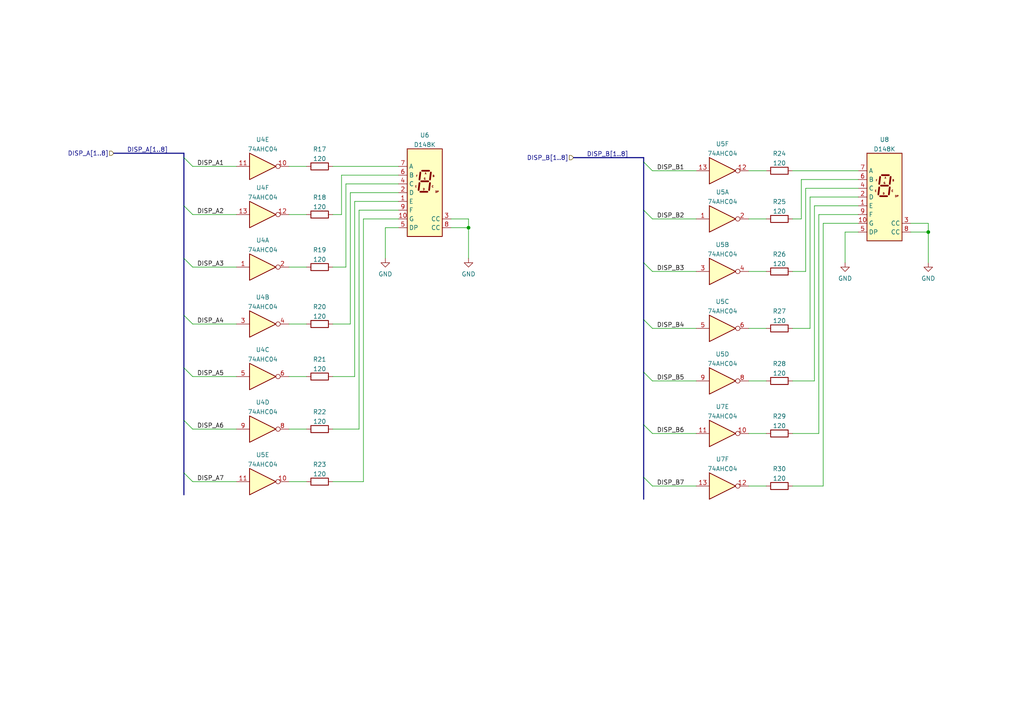
<source format=kicad_sch>
(kicad_sch (version 20211123) (generator eeschema)
  (paper "A4")
  (lib_symbols
    (symbol "74xx:74AHC04"
      (property "Reference" "U" (at 0 1.27 0))
      (property "Value" "74AHC04" (at 0 -1.27 0))
      (symbol "74AHC04_1_0"
        (polyline (pts (xy -3.81 3.81) (xy -3.81 -3.81) (xy 3.81 0) (xy -3.81 3.81)) (stroke (width 0.254)) (fill (type background)))
        (pin input line (at -7.62 0 0) (length 3.81) (name "~") (number "1"))
        (pin output inverted (at 7.62 0 180) (length 3.81) (name "~") (number "2"))
      )
      (symbol "74AHC04_2_0"
        (polyline (pts (xy -3.81 3.81) (xy -3.81 -3.81) (xy 3.81 0) (xy -3.81 3.81)) (stroke (width 0.254)) (fill (type background)))
        (pin input line (at -7.62 0 0) (length 3.81) (name "~") (number "3"))
        (pin output inverted (at 7.62 0 180) (length 3.81) (name "~") (number "4"))
      )
      (symbol "74AHC04_3_0"
        (polyline (pts (xy -3.81 3.81) (xy -3.81 -3.81) (xy 3.81 0) (xy -3.81 3.81)) (stroke (width 0.254)) (fill (type background)))
        (pin input line (at -7.62 0 0) (length 3.81) (name "~") (number "5"))
        (pin output inverted (at 7.62 0 180) (length 3.81) (name "~") (number "6"))
      )
      (symbol "74AHC04_4_0"
        (polyline (pts (xy -3.81 3.81) (xy -3.81 -3.81) (xy 3.81 0) (xy -3.81 3.81)) (stroke (width 0.254)) (fill (type background)))
        (pin output inverted (at 7.62 0 180) (length 3.81) (name "~") (number "8"))
        (pin input line (at -7.62 0 0) (length 3.81) (name "~") (number "9"))
      )
      (symbol "74AHC04_5_0"
        (polyline (pts (xy -3.81 3.81) (xy -3.81 -3.81) (xy 3.81 0) (xy -3.81 3.81)) (stroke (width 0.254)) (fill (type background)))
        (pin output inverted (at 7.62 0 180) (length 3.81) (name "~") (number "10"))
        (pin input line (at -7.62 0 0) (length 3.81) (name "~") (number "11"))
      )
      (symbol "74AHC04_6_0"
        (polyline (pts (xy -3.81 3.81) (xy -3.81 -3.81) (xy 3.81 0) (xy -3.81 3.81)) (stroke (width 0.254)) (fill (type background)))
        (pin output inverted (at 7.62 0 180) (length 3.81) (name "~") (number "12"))
        (pin input line (at -7.62 0 0) (length 3.81) (name "~") (number "13"))
      )
      (symbol "74AHC04_7_0"
        (pin power_in line (at 0 12.7 270) (length 5.08) (name "VCC") (number "14"))
        (pin power_in line (at 0 -12.7 90) (length 5.08) (name "GND") (number "7"))
      )
      (symbol "74AHC04_7_1"
        (rectangle (start -5.08 7.62) (end 5.08 -7.62) (stroke (width 0.254)) (fill (type background)))
      )
    )
    (symbol "Device:R" (pin_numbers hide) (pin_names (offset 0))
      (property "Reference" "R" (at 2.032 0 90))
      (property "Value" "R" (at 0 0 90))
      (symbol "R_0_1"
        (rectangle (start -1.016 -2.54) (end 1.016 2.54) (stroke (width 0.254)))
      )
      (symbol "R_1_1"
        (pin passive line (at 0 3.81 270) (length 1.27) (name "~") (number "1"))
        (pin passive line (at 0 -3.81 90) (length 1.27) (name "~") (number "2"))
      )
    )
    (symbol "Display_Character:D148K"
      (property "Reference" "U" (at -2.54 13.97 0))
      (property "Value" "D148K" (at 1.27 13.97 0))
      (symbol "D148K_0_0"
        (text "A" (at 0.254 5.588 0) (effects (font (size 0.508 0.508))))
        (text "B" (at 2.54 4.826 0) (effects (font (size 0.508 0.508))))
        (text "C" (at 2.286 1.778 0) (effects (font (size 0.508 0.508))))
        (text "D" (at -0.254 1.016 0) (effects (font (size 0.508 0.508))))
        (text "DP" (at 3.556 0.254 0) (effects (font (size 0.508 0.508))))
        (text "E" (at -2.54 1.778 0) (effects (font (size 0.508 0.508))))
        (text "F" (at -2.286 4.826 0) (effects (font (size 0.508 0.508))))
        (text "G" (at 0 4.064 0) (effects (font (size 0.508 0.508))))
      )
      (symbol "D148K_0_1"
        (rectangle (start -5.08 12.7) (end 5.08 -12.7) (stroke (width 0.254)) (fill (type background)))
        (polyline (pts (xy -1.524 2.794) (xy -1.778 0.762)) (stroke (width 0.508)))
        (polyline (pts (xy -1.27 0.254) (xy 0.762 0.254)) (stroke (width 0.508)))
        (polyline (pts (xy -1.27 5.842) (xy -1.524 3.81)) (stroke (width 0.508)))
        (polyline (pts (xy -1.016 3.302) (xy 1.016 3.302)) (stroke (width 0.508)))
        (polyline (pts (xy -0.762 6.35) (xy 1.27 6.35)) (stroke (width 0.508)))
        (polyline (pts (xy 1.524 2.794) (xy 1.27 0.762)) (stroke (width 0.508)))
        (polyline (pts (xy 1.778 5.842) (xy 1.524 3.81)) (stroke (width 0.508)))
        (polyline (pts (xy 2.54 0.254) (xy 2.54 0.254)) (stroke (width 0.508)))
      )
      (symbol "D148K_1_1"
        (pin input line (at -7.62 -2.54 0) (length 2.54) (name "E") (number "1"))
        (pin input line (at -7.62 -7.62 0) (length 2.54) (name "G") (number "10"))
        (pin input line (at -7.62 0 0) (length 2.54) (name "D") (number "2"))
        (pin input line (at 7.62 -7.62 180) (length 2.54) (name "CC") (number "3"))
        (pin input line (at -7.62 2.54 0) (length 2.54) (name "C") (number "4"))
        (pin input line (at -7.62 -10.16 0) (length 2.54) (name "DP") (number "5"))
        (pin input line (at -7.62 5.08 0) (length 2.54) (name "B") (number "6"))
        (pin input line (at -7.62 7.62 0) (length 2.54) (name "A") (number "7"))
        (pin input line (at 7.62 -10.16 180) (length 2.54) (name "CC") (number "8"))
        (pin input line (at -7.62 -5.08 0) (length 2.54) (name "F") (number "9"))
      )
    )
    (symbol "power:GND" (power) (pin_names (offset 0))
      (property "Value" "GND" (at 0 -3.81 0))
      (symbol "GND_0_1"
        (polyline (pts (xy 0 0) (xy 0 -1.27) (xy 1.27 -1.27) (xy 0 -2.54) (xy -1.27 -1.27) (xy 0 -1.27)))
      )
      (symbol "GND_1_1"
        (pin power_in line (at 0 0 270) (length 0) hide (name "GND") (number "1"))
      )
    )
  )
  (junction (at 135.89 66.04))
  (junction (at 269.24 67.31))
  (bus_entry (at 53.34 59.69) (size 2.54 2.54))
  (bus_entry (at 186.69 138.43) (size 2.54 2.54))
  (bus_entry (at 53.34 91.44) (size 2.54 2.54))
  (bus_entry (at 186.69 60.96) (size 2.54 2.54))
  (bus_entry (at 186.69 107.95) (size 2.54 2.54))
  (bus_entry (at 186.69 92.71) (size 2.54 2.54))
  (bus_entry (at 53.34 137.16) (size 2.54 2.54))
  (bus_entry (at 53.34 45.72) (size 2.54 2.54))
  (bus_entry (at 186.69 46.99) (size 2.54 2.54))
  (bus_entry (at 53.34 106.68) (size 2.54 2.54))
  (bus_entry (at 186.69 123.19) (size 2.54 2.54))
  (bus_entry (at 53.34 121.92) (size 2.54 2.54))
  (bus_entry (at 53.34 74.93) (size 2.54 2.54))
  (bus_entry (at 186.69 76.2) (size 2.54 2.54))
  (wire (pts (xy 55.88 124.46) (xy 68.58 124.46)))
  (wire (pts (xy 269.24 67.31) (xy 269.24 76.2)))
  (wire (pts (xy 115.57 60.96) (xy 104.14 60.96)))
  (bus (pts (xy 53.34 74.93) (xy 53.34 91.44)))
  (wire (pts (xy 55.88 93.98) (xy 68.58 93.98)))
  (wire (pts (xy 217.17 78.74) (xy 222.25 78.74)))
  (wire (pts (xy 115.57 53.34) (xy 100.33 53.34)))
  (wire (pts (xy 111.76 66.04) (xy 111.76 74.93)))
  (wire (pts (xy 269.24 64.77) (xy 269.24 67.31)))
  (bus (pts (xy 53.34 121.92) (xy 53.34 137.16)))
  (wire (pts (xy 217.17 49.53) (xy 222.25 49.53)))
  (wire (pts (xy 83.82 77.47) (xy 88.9 77.47)))
  (wire (pts (xy 189.23 125.73) (xy 201.93 125.73)))
  (wire (pts (xy 236.22 59.69) (xy 236.22 110.49)))
  (wire (pts (xy 189.23 78.74) (xy 201.93 78.74)))
  (wire (pts (xy 101.6 55.88) (xy 101.6 93.98)))
  (wire (pts (xy 83.82 124.46) (xy 88.9 124.46)))
  (wire (pts (xy 105.41 139.7) (xy 96.52 139.7)))
  (wire (pts (xy 130.81 63.5) (xy 135.89 63.5)))
  (wire (pts (xy 115.57 66.04) (xy 111.76 66.04)))
  (bus (pts (xy 53.34 59.69) (xy 53.34 74.93)))
  (wire (pts (xy 115.57 63.5) (xy 105.41 63.5)))
  (wire (pts (xy 100.33 53.34) (xy 100.33 77.47)))
  (wire (pts (xy 236.22 110.49) (xy 229.87 110.49)))
  (wire (pts (xy 217.17 140.97) (xy 222.25 140.97)))
  (wire (pts (xy 135.89 63.5) (xy 135.89 66.04)))
  (wire (pts (xy 234.95 57.15) (xy 234.95 95.25)))
  (wire (pts (xy 104.14 60.96) (xy 104.14 124.46)))
  (wire (pts (xy 99.06 62.23) (xy 96.52 62.23)))
  (wire (pts (xy 102.87 109.22) (xy 96.52 109.22)))
  (wire (pts (xy 229.87 49.53) (xy 248.92 49.53)))
  (wire (pts (xy 217.17 95.25) (xy 222.25 95.25)))
  (wire (pts (xy 234.95 95.25) (xy 229.87 95.25)))
  (wire (pts (xy 248.92 54.61) (xy 233.68 54.61)))
  (wire (pts (xy 83.82 48.26) (xy 88.9 48.26)))
  (wire (pts (xy 189.23 63.5) (xy 201.93 63.5)))
  (wire (pts (xy 264.16 67.31) (xy 269.24 67.31)))
  (bus (pts (xy 33.02 44.45) (xy 53.34 44.45)))
  (bus (pts (xy 186.69 45.72) (xy 186.69 46.99)))
  (wire (pts (xy 232.41 63.5) (xy 229.87 63.5)))
  (wire (pts (xy 248.92 59.69) (xy 236.22 59.69)))
  (bus (pts (xy 186.69 76.2) (xy 186.69 92.71)))
  (wire (pts (xy 115.57 55.88) (xy 101.6 55.88)))
  (wire (pts (xy 217.17 110.49) (xy 222.25 110.49)))
  (wire (pts (xy 238.76 140.97) (xy 229.87 140.97)))
  (bus (pts (xy 186.69 92.71) (xy 186.69 107.95)))
  (wire (pts (xy 248.92 52.07) (xy 232.41 52.07)))
  (wire (pts (xy 189.23 95.25) (xy 201.93 95.25)))
  (wire (pts (xy 83.82 139.7) (xy 88.9 139.7)))
  (wire (pts (xy 233.68 78.74) (xy 229.87 78.74)))
  (wire (pts (xy 102.87 58.42) (xy 102.87 109.22)))
  (wire (pts (xy 248.92 57.15) (xy 234.95 57.15)))
  (wire (pts (xy 248.92 67.31) (xy 245.11 67.31)))
  (wire (pts (xy 55.88 48.26) (xy 68.58 48.26)))
  (bus (pts (xy 186.69 138.43) (xy 186.69 144.78)))
  (wire (pts (xy 217.17 63.5) (xy 222.25 63.5)))
  (wire (pts (xy 100.33 77.47) (xy 96.52 77.47)))
  (bus (pts (xy 186.69 107.95) (xy 186.69 123.19)))
  (wire (pts (xy 245.11 67.31) (xy 245.11 76.2)))
  (wire (pts (xy 101.6 93.98) (xy 96.52 93.98)))
  (wire (pts (xy 189.23 49.53) (xy 201.93 49.53)))
  (wire (pts (xy 83.82 93.98) (xy 88.9 93.98)))
  (bus (pts (xy 186.69 60.96) (xy 186.69 76.2)))
  (wire (pts (xy 130.81 66.04) (xy 135.89 66.04)))
  (wire (pts (xy 104.14 124.46) (xy 96.52 124.46)))
  (bus (pts (xy 53.34 91.44) (xy 53.34 106.68)))
  (bus (pts (xy 53.34 44.45) (xy 53.34 45.72)))
  (wire (pts (xy 237.49 62.23) (xy 237.49 125.73)))
  (wire (pts (xy 264.16 64.77) (xy 269.24 64.77)))
  (wire (pts (xy 55.88 109.22) (xy 68.58 109.22)))
  (wire (pts (xy 217.17 125.73) (xy 222.25 125.73)))
  (wire (pts (xy 115.57 50.8) (xy 99.06 50.8)))
  (bus (pts (xy 186.69 46.99) (xy 186.69 60.96)))
  (wire (pts (xy 248.92 62.23) (xy 237.49 62.23)))
  (wire (pts (xy 233.68 54.61) (xy 233.68 78.74)))
  (wire (pts (xy 83.82 62.23) (xy 88.9 62.23)))
  (wire (pts (xy 135.89 66.04) (xy 135.89 74.93)))
  (wire (pts (xy 83.82 109.22) (xy 88.9 109.22)))
  (wire (pts (xy 248.92 64.77) (xy 238.76 64.77)))
  (wire (pts (xy 105.41 63.5) (xy 105.41 139.7)))
  (wire (pts (xy 189.23 110.49) (xy 201.93 110.49)))
  (wire (pts (xy 189.23 140.97) (xy 201.93 140.97)))
  (bus (pts (xy 53.34 106.68) (xy 53.34 121.92)))
  (wire (pts (xy 96.52 48.26) (xy 115.57 48.26)))
  (bus (pts (xy 186.69 123.19) (xy 186.69 138.43)))
  (wire (pts (xy 232.41 52.07) (xy 232.41 63.5)))
  (wire (pts (xy 55.88 139.7) (xy 68.58 139.7)))
  (wire (pts (xy 115.57 58.42) (xy 102.87 58.42)))
  (bus (pts (xy 53.34 137.16) (xy 53.34 143.51)))
  (wire (pts (xy 55.88 62.23) (xy 68.58 62.23)))
  (wire (pts (xy 238.76 64.77) (xy 238.76 140.97)))
  (wire (pts (xy 99.06 50.8) (xy 99.06 62.23)))
  (wire (pts (xy 55.88 77.47) (xy 68.58 77.47)))
  (bus (pts (xy 166.37 45.72) (xy 186.69 45.72)))
  (wire (pts (xy 237.49 125.73) (xy 229.87 125.73)))
  (bus (pts (xy 53.34 45.72) (xy 53.34 59.69)))
  (label "DISP_A2" (at 57.15 62.23 0))
  (label "DISP_A3" (at 57.15 77.47 0))
  (label "DISP_B5" (at 190.5 110.49 0))
  (label "DISP_B1" (at 190.5 49.53 0))
  (label "DISP_B6" (at 190.5 125.73 0))
  (label "DISP_A6" (at 57.15 124.46 0))
  (label "DISP_A5" (at 57.15 109.22 0))
  (label "DISP_A7" (at 57.15 139.7 0))
  (label "DISP_B[1..8]" (at 170.18 45.72 0))
  (label "DISP_B4" (at 190.5 95.25 0))
  (label "DISP_B3" (at 190.5 78.74 0))
  (label "DISP_B7" (at 190.5 140.97 0))
  (label "DISP_A1" (at 57.15 48.26 0))
  (label "DISP_B2" (at 190.5 63.5 0))
  (label "DISP_A[1..8]" (at 36.83 44.45 0))
  (label "DISP_A4" (at 57.15 93.98 0))
  (hierarchical_label "DISP_A[1..8]" (shape input) (at 33.02 44.45 180))
  (hierarchical_label "DISP_B[1..8]" (shape input) (at 166.37 45.72 180))
  (symbol (lib_id "Display_Character:D148K") (at 123.19 55.88 0) (unit 1)
    (property "Reference" "U6" (at 123.19 39.2135 0))
    (property "Value" "D148K" (at 123.19 41.9886 0))
    (property "Footprint" "Display_7Segment:D1X8K" (effects hide))
    (property "Datasheet" "https://ia800903.us.archive.org/24/items/CTKD1x8K/Cromatek%20D168K.pdf" (effects hide))
  )
  (symbol (lib_id "power:GND") (at 111.76 74.93 0) (unit 1)
    (property "Reference" "#PWR01" (effects hide))
    (property "Value" "GND" (at 111.76 79.4925 0))
  )
  (symbol (lib_id "Device:R") (at 226.06 95.25 90) (unit 1)
    (property "Reference" "R27" (at 226.06 90.2675 90))
    (property "Value" "120" (at 226.06 93.0426 90))
    (property "Footprint" "Resistor_THT:R_Axial_DIN0207_L6.3mm_D2.5mm_P7.62mm_Horizontal" (effects hide))
  )
  (symbol (lib_id "Device:R") (at 226.06 140.97 90) (unit 1)
    (property "Reference" "R30" (at 226.06 135.9875 90))
    (property "Value" "120" (at 226.06 138.7626 90))
    (property "Footprint" "Resistor_THT:R_Axial_DIN0207_L6.3mm_D2.5mm_P7.62mm_Horizontal" (effects hide))
  )
  (symbol (lib_id "74xx:74AHC04") (at 76.2 124.46 0) (unit 4)
    (property "Reference" "U4" (at 76.2 116.6835 0))
    (property "Value" "74AHC04" (at 76.2 119.4586 0))
    (property "Footprint" "Package_DIP:DIP-14_W7.62mm" (effects hide))
    (property "Datasheet" "https://assets.nexperia.com/documents/data-sheet/74AHC_AHCT04.pdf" (effects hide))
  )
  (symbol (lib_id "Device:R") (at 226.06 125.73 90) (unit 1)
    (property "Reference" "R29" (at 226.06 120.7475 90))
    (property "Value" "120" (at 226.06 123.5226 90))
    (property "Footprint" "Resistor_THT:R_Axial_DIN0207_L6.3mm_D2.5mm_P7.62mm_Horizontal" (effects hide))
  )
  (symbol (lib_id "power:GND") (at 245.11 76.2 0) (unit 1)
    (property "Reference" "#PWR06" (effects hide))
    (property "Value" "GND" (at 245.11 80.7625 0))
  )
  (symbol (lib_id "Device:R") (at 226.06 63.5 90) (unit 1)
    (property "Reference" "R25" (at 226.06 58.5175 90))
    (property "Value" "120" (at 226.06 61.2926 90))
    (property "Footprint" "Resistor_THT:R_Axial_DIN0207_L6.3mm_D2.5mm_P7.62mm_Horizontal" (effects hide))
  )
  (symbol (lib_id "Device:R") (at 226.06 110.49 90) (unit 1)
    (property "Reference" "R28" (at 226.06 105.5075 90))
    (property "Value" "120" (at 226.06 108.2826 90))
    (property "Footprint" "Resistor_THT:R_Axial_DIN0207_L6.3mm_D2.5mm_P7.62mm_Horizontal" (effects hide))
  )
  (symbol (lib_id "Device:R") (at 92.71 124.46 90) (unit 1)
    (property "Reference" "R22" (at 92.71 119.4775 90))
    (property "Value" "120" (at 92.71 122.2526 90))
    (property "Footprint" "Resistor_THT:R_Axial_DIN0207_L6.3mm_D2.5mm_P7.62mm_Horizontal" (effects hide))
  )
  (symbol (lib_id "74xx:74AHC04") (at 209.55 95.25 0) (unit 3)
    (property "Reference" "U5" (at 209.55 87.4735 0))
    (property "Value" "74AHC04" (at 209.55 90.2486 0))
    (property "Footprint" "Package_DIP:DIP-14_W7.62mm" (effects hide))
    (property "Datasheet" "https://assets.nexperia.com/documents/data-sheet/74AHC_AHCT04.pdf" (effects hide))
  )
  (symbol (lib_id "74xx:74AHC04") (at 76.2 109.22 0) (unit 3)
    (property "Reference" "U4" (at 76.2 101.4435 0))
    (property "Value" "74AHC04" (at 76.2 104.2186 0))
    (property "Footprint" "Package_DIP:DIP-14_W7.62mm" (effects hide))
    (property "Datasheet" "https://assets.nexperia.com/documents/data-sheet/74AHC_AHCT04.pdf" (effects hide))
  )
  (symbol (lib_id "Device:R") (at 92.71 139.7 90) (unit 1)
    (property "Reference" "R23" (at 92.71 134.7175 90))
    (property "Value" "120" (at 92.71 137.4926 90))
    (property "Footprint" "Resistor_THT:R_Axial_DIN0207_L6.3mm_D2.5mm_P7.62mm_Horizontal" (effects hide))
  )
  (symbol (lib_id "74xx:74AHC04") (at 209.55 110.49 0) (unit 4)
    (property "Reference" "U5" (at 209.55 102.7135 0))
    (property "Value" "74AHC04" (at 209.55 105.4886 0))
    (property "Footprint" "Package_DIP:DIP-14_W7.62mm" (effects hide))
    (property "Datasheet" "https://assets.nexperia.com/documents/data-sheet/74AHC_AHCT04.pdf" (effects hide))
  )
  (symbol (lib_id "74xx:74AHC04") (at 76.2 93.98 0) (unit 2)
    (property "Reference" "U4" (at 76.2 86.2035 0))
    (property "Value" "74AHC04" (at 76.2 88.9786 0))
    (property "Footprint" "Package_DIP:DIP-14_W7.62mm" (effects hide))
    (property "Datasheet" "https://assets.nexperia.com/documents/data-sheet/74AHC_AHCT04.pdf" (effects hide))
  )
  (symbol (lib_id "74xx:74AHC04") (at 76.2 48.26 0) (unit 5)
    (property "Reference" "U4" (at 76.2 40.4835 0))
    (property "Value" "74AHC04" (at 76.2 43.2586 0))
    (property "Footprint" "Package_DIP:DIP-14_W7.62mm" (effects hide))
    (property "Datasheet" "https://assets.nexperia.com/documents/data-sheet/74AHC_AHCT04.pdf" (effects hide))
  )
  (symbol (lib_id "power:GND") (at 135.89 74.93 0) (unit 1)
    (property "Reference" "#PWR02" (effects hide))
    (property "Value" "GND" (at 135.89 79.4925 0))
  )
  (symbol (lib_id "Device:R") (at 92.71 62.23 90) (unit 1)
    (property "Reference" "R18" (at 92.71 57.2475 90))
    (property "Value" "120" (at 92.71 60.0226 90))
    (property "Footprint" "Resistor_THT:R_Axial_DIN0207_L6.3mm_D2.5mm_P7.62mm_Horizontal" (effects hide))
  )
  (symbol (lib_id "74xx:74AHC04") (at 76.2 139.7 0) (unit 5)
    (property "Reference" "U5" (at 76.2 131.9235 0))
    (property "Value" "74AHC04" (at 76.2 134.6986 0))
    (property "Footprint" "Package_DIP:DIP-14_W7.62mm" (effects hide))
    (property "Datasheet" "https://assets.nexperia.com/documents/data-sheet/74AHC_AHCT04.pdf" (effects hide))
  )
  (symbol (lib_id "Device:R") (at 226.06 78.74 90) (unit 1)
    (property "Reference" "R26" (at 226.06 73.7575 90))
    (property "Value" "120" (at 226.06 76.5326 90))
    (property "Footprint" "Resistor_THT:R_Axial_DIN0207_L6.3mm_D2.5mm_P7.62mm_Horizontal" (effects hide))
  )
  (symbol (lib_id "74xx:74AHC04") (at 209.55 78.74 0) (unit 2)
    (property "Reference" "U5" (at 209.55 70.9635 0))
    (property "Value" "74AHC04" (at 209.55 73.7386 0))
    (property "Footprint" "Package_DIP:DIP-14_W7.62mm" (effects hide))
    (property "Datasheet" "https://assets.nexperia.com/documents/data-sheet/74AHC_AHCT04.pdf" (effects hide))
  )
  (symbol (lib_id "74xx:74AHC04") (at 76.2 77.47 0) (unit 1)
    (property "Reference" "U4" (at 76.2 69.6935 0))
    (property "Value" "74AHC04" (at 76.2 72.4686 0))
    (property "Footprint" "Package_DIP:DIP-14_W7.62mm" (effects hide))
    (property "Datasheet" "https://assets.nexperia.com/documents/data-sheet/74AHC_AHCT04.pdf" (effects hide))
  )
  (symbol (lib_id "Device:R") (at 92.71 77.47 90) (unit 1)
    (property "Reference" "R19" (at 92.71 72.4875 90))
    (property "Value" "120" (at 92.71 75.2626 90))
    (property "Footprint" "Resistor_THT:R_Axial_DIN0207_L6.3mm_D2.5mm_P7.62mm_Horizontal" (effects hide))
  )
  (symbol (lib_id "Device:R") (at 226.06 49.53 90) (unit 1)
    (property "Reference" "R24" (at 226.06 44.5475 90))
    (property "Value" "120" (at 226.06 47.3226 90))
    (property "Footprint" "Resistor_THT:R_Axial_DIN0207_L6.3mm_D2.5mm_P7.62mm_Horizontal" (effects hide))
  )
  (symbol (lib_id "74xx:74AHC04") (at 209.55 140.97 0) (unit 6)
    (property "Reference" "U7" (at 209.55 133.1935 0))
    (property "Value" "74AHC04" (at 209.55 135.9686 0))
    (property "Footprint" "Package_DIP:DIP-14_W7.62mm" (effects hide))
    (property "Datasheet" "https://assets.nexperia.com/documents/data-sheet/74AHC_AHCT04.pdf" (effects hide))
  )
  (symbol (lib_id "Display_Character:D148K") (at 256.54 57.15 0) (unit 1)
    (property "Reference" "U8" (at 256.54 40.4835 0))
    (property "Value" "D148K" (at 256.54 43.2586 0))
    (property "Footprint" "Display_7Segment:D1X8K" (effects hide))
    (property "Datasheet" "https://ia800903.us.archive.org/24/items/CTKD1x8K/Cromatek%20D168K.pdf" (effects hide))
  )
  (symbol (lib_id "Device:R") (at 92.71 48.26 90) (unit 1)
    (property "Reference" "R17" (at 92.71 43.2775 90))
    (property "Value" "120" (at 92.71 46.0526 90))
    (property "Footprint" "Resistor_THT:R_Axial_DIN0207_L6.3mm_D2.5mm_P7.62mm_Horizontal" (effects hide))
  )
  (symbol (lib_id "74xx:74AHC04") (at 209.55 63.5 0) (unit 1)
    (property "Reference" "U5" (at 209.55 55.7235 0))
    (property "Value" "74AHC04" (at 209.55 58.4986 0))
    (property "Footprint" "Package_DIP:DIP-14_W7.62mm" (effects hide))
    (property "Datasheet" "https://assets.nexperia.com/documents/data-sheet/74AHC_AHCT04.pdf" (effects hide))
  )
  (symbol (lib_id "74xx:74AHC04") (at 209.55 49.53 0) (unit 6)
    (property "Reference" "U5" (at 209.55 41.7535 0))
    (property "Value" "74AHC04" (at 209.55 44.5286 0))
    (property "Footprint" "Package_DIP:DIP-14_W7.62mm" (effects hide))
    (property "Datasheet" "https://assets.nexperia.com/documents/data-sheet/74AHC_AHCT04.pdf" (effects hide))
  )
  (symbol (lib_id "Device:R") (at 92.71 109.22 90) (unit 1)
    (property "Reference" "R21" (at 92.71 104.2375 90))
    (property "Value" "120" (at 92.71 107.0126 90))
    (property "Footprint" "Resistor_THT:R_Axial_DIN0207_L6.3mm_D2.5mm_P7.62mm_Horizontal" (effects hide))
  )
  (symbol (lib_id "Device:R") (at 92.71 93.98 90) (unit 1)
    (property "Reference" "R20" (at 92.71 88.9975 90))
    (property "Value" "120" (at 92.71 91.7726 90))
    (property "Footprint" "Resistor_THT:R_Axial_DIN0207_L6.3mm_D2.5mm_P7.62mm_Horizontal" (effects hide))
  )
  (symbol (lib_id "74xx:74AHC04") (at 76.2 62.23 0) (unit 6)
    (property "Reference" "U4" (at 76.2 54.4535 0))
    (property "Value" "74AHC04" (at 76.2 57.2286 0))
    (property "Footprint" "Package_DIP:DIP-14_W7.62mm" (effects hide))
    (property "Datasheet" "https://assets.nexperia.com/documents/data-sheet/74AHC_AHCT04.pdf" (effects hide))
  )
  (symbol (lib_id "power:GND") (at 269.24 76.2 0) (unit 1)
    (property "Reference" "#PWR08" (effects hide))
    (property "Value" "GND" (at 269.24 80.7625 0))
  )
  (symbol (lib_id "74xx:74AHC04") (at 209.55 125.73 0) (unit 5)
    (property "Reference" "U7" (at 209.55 117.9535 0))
    (property "Value" "74AHC04" (at 209.55 120.7286 0))
    (property "Footprint" "Package_DIP:DIP-14_W7.62mm" (effects hide))
    (property "Datasheet" "https://assets.nexperia.com/documents/data-sheet/74AHC_AHCT04.pdf" (effects hide))
  )
)
</source>
